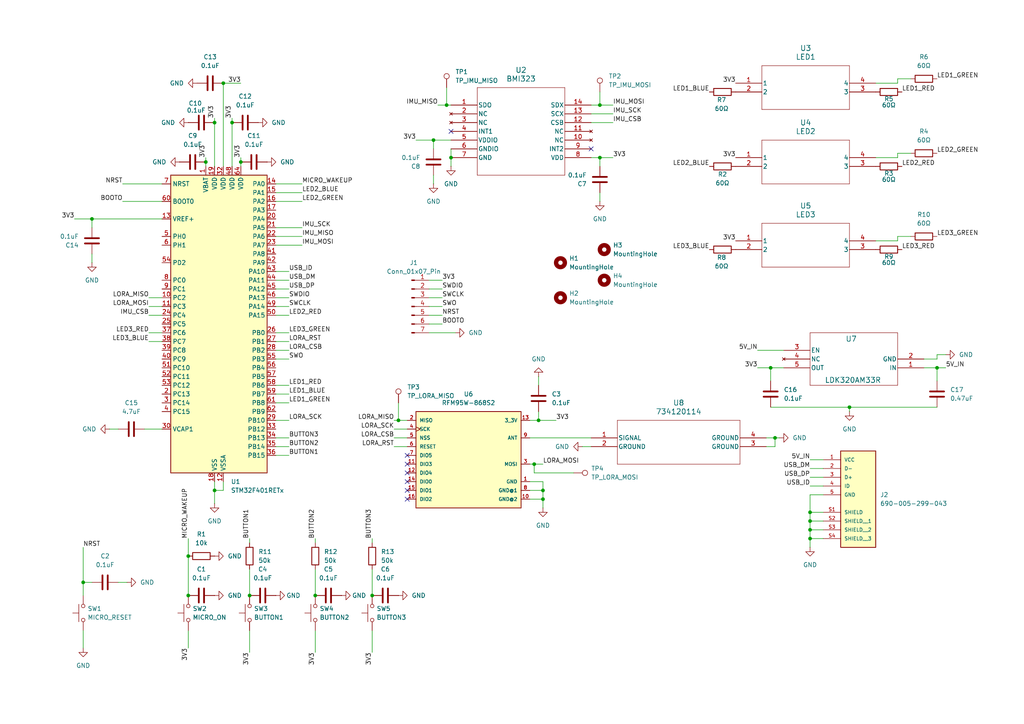
<source format=kicad_sch>
(kicad_sch (version 20231120) (generator "eeschema") (generator_version "8.0")
  (paper "A4")
  (lib_symbols
    (symbol "2024-06-20_09-10-44:BMI323" (pin_names (offset 0.254))
      (property "Reference" "U" (at 20.32 10.16 0))
      (property "Value" "BMI323" (at 20.32 7.62 0))
      (symbol "BMI323_0_1"
        (polyline (pts (xy 7.62 -20.32) (xy 33.02 -20.32)) (stroke (width 0.127)))
        (polyline (pts (xy 7.62 5.08) (xy 7.62 -20.32)) (stroke (width 0.127)))
        (polyline (pts (xy 33.02 -20.32) (xy 33.02 5.08)) (stroke (width 0.127)))
        (polyline (pts (xy 33.02 5.08) (xy 7.62 5.08)) (stroke (width 0.127)))
        (pin bidirectional line (at 0 0 0) (length 7.62) (name "SDO") (number "1"))
        (pin no_connect line (at 40.64 -10.16 180) (length 7.62) (name "NC") (number "10"))
        (pin no_connect line (at 40.64 -7.62 180) (length 7.62) (name "NC") (number "11"))
        (pin input line (at 40.64 -5.08 180) (length 7.62) (name "CSB") (number "12"))
        (pin input line (at 40.64 -2.54 180) (length 7.62) (name "SCX") (number "13"))
        (pin bidirectional line (at 40.64 0 180) (length 7.62) (name "SDX") (number "14"))
        (pin no_connect line (at 0 -2.54 0) (length 7.62) (name "NC") (number "2"))
        (pin no_connect line (at 0 -5.08 0) (length 7.62) (name "NC") (number "3"))
        (pin bidirectional line (at 0 -7.62 0) (length 7.62) (name "INT1") (number "4"))
        (pin power_in line (at 0 -10.16 0) (length 7.62) (name "VDDIO") (number "5"))
        (pin power_out line (at 0 -12.7 0) (length 7.62) (name "GNDIO") (number "6"))
        (pin power_out line (at 0 -15.24 0) (length 7.62) (name "GND") (number "7"))
        (pin power_in line (at 40.64 -15.24 180) (length 7.62) (name "VDD") (number "8"))
        (pin bidirectional line (at 40.64 -12.7 180) (length 7.62) (name "INT2") (number "9"))
      )
    )
    (symbol "2024-06-21_22-48-27:150141M173100" (pin_names (offset 0.254))
      (property "Reference" "U" (at 20.32 10.16 0))
      (property "Value" "150141M173100" (at 20.32 7.62 0))
      (symbol "150141M173100_0_1"
        (polyline (pts (xy 7.62 -7.62) (xy 33.02 -7.62)) (stroke (width 0.127)))
        (polyline (pts (xy 7.62 5.08) (xy 7.62 -7.62)) (stroke (width 0.127)))
        (polyline (pts (xy 33.02 -7.62) (xy 33.02 5.08)) (stroke (width 0.127)))
        (polyline (pts (xy 33.02 5.08) (xy 7.62 5.08)) (stroke (width 0.127)))
        (pin unspecified line (at 0 0 0) (length 7.62) (name "1") (number "1"))
        (pin unspecified line (at 0 -2.54 0) (length 7.62) (name "2") (number "2"))
        (pin unspecified line (at 40.64 -2.54 180) (length 7.62) (name "3") (number "3"))
        (pin unspecified line (at 40.64 0 180) (length 7.62) (name "4") (number "4"))
      )
    )
    (symbol "2024-06-23_08-34-14:LDK320AM33R" (pin_names (offset 0.254))
      (property "Reference" "U" (at 20.32 10.16 0))
      (property "Value" "LDK320AM33R" (at 20.32 7.62 0))
      (symbol "LDK320AM33R_0_1"
        (polyline (pts (xy 7.62 -10.16) (xy 33.02 -10.16)) (stroke (width 0.127)))
        (polyline (pts (xy 7.62 5.08) (xy 7.62 -10.16)) (stroke (width 0.127)))
        (polyline (pts (xy 33.02 -10.16) (xy 33.02 5.08)) (stroke (width 0.127)))
        (polyline (pts (xy 33.02 5.08) (xy 7.62 5.08)) (stroke (width 0.127)))
        (pin power_in line (at 0 0 0) (length 7.62) (name "IN") (number "1"))
        (pin power_out line (at 0 -2.54 0) (length 7.62) (name "GND") (number "2"))
        (pin input line (at 40.64 -5.08 180) (length 7.62) (name "EN") (number "3"))
        (pin no_connect line (at 40.64 -2.54 180) (length 7.62) (name "NC") (number "4"))
        (pin output line (at 40.64 0 180) (length 7.62) (name "OUT") (number "5"))
      )
    )
    (symbol "2024-06-27_09-08-45:734120114" (pin_names (offset 0.254))
      (property "Reference" "U" (at 25.4 10.16 0))
      (property "Value" "734120114" (at 25.4 7.62 0))
      (symbol "734120114_0_1"
        (polyline (pts (xy 7.62 -7.62) (xy 43.18 -7.62)) (stroke (width 0.127)))
        (polyline (pts (xy 7.62 5.08) (xy 7.62 -7.62)) (stroke (width 0.127)))
        (polyline (pts (xy 43.18 -7.62) (xy 43.18 5.08)) (stroke (width 0.127)))
        (polyline (pts (xy 43.18 5.08) (xy 7.62 5.08)) (stroke (width 0.127)))
        (pin bidirectional line (at 0 0 0) (length 7.62) (name "SIGNAL") (number "1"))
        (pin power_out line (at 0 -2.54 0) (length 7.62) (name "GROUND") (number "2"))
        (pin power_out line (at 50.8 -2.54 180) (length 7.62) (name "GROUND") (number "3"))
        (pin power_out line (at 50.8 0 180) (length 7.62) (name "GROUND") (number "4"))
      )
    )
    (symbol "690-005-299-043:690-005-299-043" (pin_names (offset 1.016))
      (property "Reference" "J" (at -5.08 11.43 0))
      (property "Value" "690-005-299-043" (at -5.08 -19.05 0))
      (symbol "690-005-299-043_0_0"
        (rectangle (start -5.08 -17.78) (end 5.08 10.16) (stroke (width 0.254)) (fill (type background)))
        (pin power_in line (at -10.16 7.62 0) (length 5.08) (name "VCC") (number "1"))
        (pin bidirectional line (at -10.16 5.08 0) (length 5.08) (name "D-") (number "2"))
        (pin bidirectional line (at -10.16 2.54 0) (length 5.08) (name "D+") (number "3"))
        (pin bidirectional line (at -10.16 0 0) (length 5.08) (name "ID") (number "4"))
        (pin power_in line (at -10.16 -2.54 0) (length 5.08) (name "GND") (number "5"))
        (pin passive line (at -10.16 -7.62 0) (length 5.08) (name "SHIELD") (number "S1"))
        (pin passive line (at -10.16 -10.16 0) (length 5.08) (name "SHIELD__1") (number "S2"))
        (pin passive line (at -10.16 -12.7 0) (length 5.08) (name "SHIELD__2") (number "S3"))
        (pin passive line (at -10.16 -15.24 0) (length 5.08) (name "SHIELD__3") (number "S4"))
      )
    )
    (symbol "Connector:Conn_01x07_Pin" (pin_names (offset 1.016) hide)
      (property "Reference" "J" (at 0 10.16 0))
      (property "Value" "Conn_01x07_Pin" (at 0 -10.16 0))
      (symbol "Conn_01x07_Pin_1_1"
        (polyline (pts (xy 1.27 -7.62) (xy 0.8636 -7.62)) (stroke (width 0.1524)))
        (polyline (pts (xy 1.27 -5.08) (xy 0.8636 -5.08)) (stroke (width 0.1524)))
        (polyline (pts (xy 1.27 -2.54) (xy 0.8636 -2.54)) (stroke (width 0.1524)))
        (polyline (pts (xy 1.27 0) (xy 0.8636 0)) (stroke (width 0.1524)))
        (polyline (pts (xy 1.27 2.54) (xy 0.8636 2.54)) (stroke (width 0.1524)))
        (polyline (pts (xy 1.27 5.08) (xy 0.8636 5.08)) (stroke (width 0.1524)))
        (polyline (pts (xy 1.27 7.62) (xy 0.8636 7.62)) (stroke (width 0.1524)))
        (rectangle (start 0.8636 -7.493) (end 0 -7.747) (stroke (width 0.1524)) (fill (type outline)))
        (rectangle (start 0.8636 -4.953) (end 0 -5.207) (stroke (width 0.1524)) (fill (type outline)))
        (rectangle (start 0.8636 -2.413) (end 0 -2.667) (stroke (width 0.1524)) (fill (type outline)))
        (rectangle (start 0.8636 0.127) (end 0 -0.127) (stroke (width 0.1524)) (fill (type outline)))
        (rectangle (start 0.8636 2.667) (end 0 2.413) (stroke (width 0.1524)) (fill (type outline)))
        (rectangle (start 0.8636 5.207) (end 0 4.953) (stroke (width 0.1524)) (fill (type outline)))
        (rectangle (start 0.8636 7.747) (end 0 7.493) (stroke (width 0.1524)) (fill (type outline)))
        (pin passive line (at 5.08 7.62 180) (length 3.81) (name "Pin_1") (number "1"))
        (pin passive line (at 5.08 5.08 180) (length 3.81) (name "Pin_2") (number "2"))
        (pin passive line (at 5.08 2.54 180) (length 3.81) (name "Pin_3") (number "3"))
        (pin passive line (at 5.08 0 180) (length 3.81) (name "Pin_4") (number "4"))
        (pin passive line (at 5.08 -2.54 180) (length 3.81) (name "Pin_5") (number "5"))
        (pin passive line (at 5.08 -5.08 180) (length 3.81) (name "Pin_6") (number "6"))
        (pin passive line (at 5.08 -7.62 180) (length 3.81) (name "Pin_7") (number "7"))
      )
    )
    (symbol "Connector:TestPoint" (pin_numbers hide) (pin_names (offset 0.762) hide)
      (property "Reference" "TP" (at 0 6.858 0))
      (property "Value" "TestPoint" (at 0 5.08 0))
      (symbol "TestPoint_0_1"
        (circle (center 0 3.302) (radius 0.762))
      )
      (symbol "TestPoint_1_1"
        (pin passive line (at 0 0 90) (length 2.54) (name "1") (number "1"))
      )
    )
    (symbol "Device:C" (pin_numbers hide) (pin_names (offset 0.254))
      (property "Reference" "C" (at 0.635 2.54 0))
      (property "Value" "C" (at 0.635 -2.54 0))
      (symbol "C_0_1"
        (polyline (pts (xy -2.032 -0.762) (xy 2.032 -0.762)) (stroke (width 0.508)))
        (polyline (pts (xy -2.032 0.762) (xy 2.032 0.762)) (stroke (width 0.508)))
      )
      (symbol "C_1_1"
        (pin passive line (at 0 3.81 270) (length 2.794) (name "~") (number "1"))
        (pin passive line (at 0 -3.81 90) (length 2.794) (name "~") (number "2"))
      )
    )
    (symbol "Device:R" (pin_numbers hide) (pin_names (offset 0))
      (property "Reference" "R" (at 2.032 0 90))
      (property "Value" "R" (at 0 0 90))
      (symbol "R_0_1"
        (rectangle (start -1.016 -2.54) (end 1.016 2.54) (stroke (width 0.254)))
      )
      (symbol "R_1_1"
        (pin passive line (at 0 3.81 270) (length 1.27) (name "~") (number "1"))
        (pin passive line (at 0 -3.81 90) (length 1.27) (name "~") (number "2"))
      )
    )
    (symbol "MCU_ST_STM32F4:STM32F401RETx"
      (property "Reference" "U" (at -12.7 44.45 0))
      (property "Value" "STM32F401RETx" (at 10.16 44.45 0))
      (symbol "STM32F401RETx_0_1"
        (rectangle (start -12.7 -43.18) (end 15.24 43.18) (stroke (width 0.254)) (fill (type background)))
      )
      (symbol "STM32F401RETx_1_1"
        (pin power_in line (at -2.54 45.72 270) (length 2.54) (name "VBAT") (number "1"))
        (pin bidirectional line (at -15.24 7.62 0) (length 2.54) (name "PC2") (number "10"))
        (pin bidirectional line (at -15.24 5.08 0) (length 2.54) (name "PC3") (number "11"))
        (pin power_in line (at 2.54 -45.72 90) (length 2.54) (name "VSSA") (number "12"))
        (pin input line (at -15.24 30.48 0) (length 2.54) (name "VREF+") (number "13"))
        (pin bidirectional line (at 17.78 40.64 180) (length 2.54) (name "PA0") (number "14"))
        (pin bidirectional line (at 17.78 38.1 180) (length 2.54) (name "PA1") (number "15"))
        (pin bidirectional line (at 17.78 35.56 180) (length 2.54) (name "PA2") (number "16"))
        (pin bidirectional line (at 17.78 33.02 180) (length 2.54) (name "PA3") (number "17"))
        (pin power_in line (at 0 -45.72 90) (length 2.54) (name "VSS") (number "18"))
        (pin power_in line (at 0 45.72 270) (length 2.54) (name "VDD") (number "19"))
        (pin bidirectional line (at -15.24 -20.32 0) (length 2.54) (name "PC13") (number "2"))
        (pin bidirectional line (at 17.78 30.48 180) (length 2.54) (name "PA4") (number "20"))
        (pin bidirectional line (at 17.78 27.94 180) (length 2.54) (name "PA5") (number "21"))
        (pin bidirectional line (at 17.78 25.4 180) (length 2.54) (name "PA6") (number "22"))
        (pin bidirectional line (at 17.78 22.86 180) (length 2.54) (name "PA7") (number "23"))
        (pin bidirectional line (at -15.24 2.54 0) (length 2.54) (name "PC4") (number "24"))
        (pin bidirectional line (at -15.24 0 0) (length 2.54) (name "PC5") (number "25"))
        (pin bidirectional line (at 17.78 -2.54 180) (length 2.54) (name "PB0") (number "26"))
        (pin bidirectional line (at 17.78 -5.08 180) (length 2.54) (name "PB1") (number "27"))
        (pin bidirectional line (at 17.78 -7.62 180) (length 2.54) (name "PB2") (number "28"))
        (pin bidirectional line (at 17.78 -27.94 180) (length 2.54) (name "PB10") (number "29"))
        (pin bidirectional line (at -15.24 -22.86 0) (length 2.54) (name "PC14") (number "3"))
        (pin power_out line (at -15.24 -30.48 0) (length 2.54) (name "VCAP1") (number "30"))
        (pin passive line (at 0 -45.72 90) (length 2.54) hide (name "VSS") (number "31"))
        (pin power_in line (at 2.54 45.72 270) (length 2.54) (name "VDD") (number "32"))
        (pin bidirectional line (at 17.78 -30.48 180) (length 2.54) (name "PB12") (number "33"))
        (pin bidirectional line (at 17.78 -33.02 180) (length 2.54) (name "PB13") (number "34"))
        (pin bidirectional line (at 17.78 -35.56 180) (length 2.54) (name "PB14") (number "35"))
        (pin bidirectional line (at 17.78 -38.1 180) (length 2.54) (name "PB15") (number "36"))
        (pin bidirectional line (at -15.24 -2.54 0) (length 2.54) (name "PC6") (number "37"))
        (pin bidirectional line (at -15.24 -5.08 0) (length 2.54) (name "PC7") (number "38"))
        (pin bidirectional line (at -15.24 -7.62 0) (length 2.54) (name "PC8") (number "39"))
        (pin bidirectional line (at -15.24 -25.4 0) (length 2.54) (name "PC15") (number "4"))
        (pin bidirectional line (at -15.24 -10.16 0) (length 2.54) (name "PC9") (number "40"))
        (pin bidirectional line (at 17.78 20.32 180) (length 2.54) (name "PA8") (number "41"))
        (pin bidirectional line (at 17.78 17.78 180) (length 2.54) (name "PA9") (number "42"))
        (pin bidirectional line (at 17.78 15.24 180) (length 2.54) (name "PA10") (number "43"))
        (pin bidirectional line (at 17.78 12.7 180) (length 2.54) (name "PA11") (number "44"))
        (pin bidirectional line (at 17.78 10.16 180) (length 2.54) (name "PA12") (number "45"))
        (pin bidirectional line (at 17.78 7.62 180) (length 2.54) (name "PA13") (number "46"))
        (pin passive line (at 0 -45.72 90) (length 2.54) hide (name "VSS") (number "47"))
        (pin power_in line (at 5.08 45.72 270) (length 2.54) (name "VDD") (number "48"))
        (pin bidirectional line (at 17.78 5.08 180) (length 2.54) (name "PA14") (number "49"))
        (pin bidirectional line (at -15.24 25.4 0) (length 2.54) (name "PH0") (number "5"))
        (pin bidirectional line (at 17.78 2.54 180) (length 2.54) (name "PA15") (number "50"))
        (pin bidirectional line (at -15.24 -12.7 0) (length 2.54) (name "PC10") (number "51"))
        (pin bidirectional line (at -15.24 -15.24 0) (length 2.54) (name "PC11") (number "52"))
        (pin bidirectional line (at -15.24 -17.78 0) (length 2.54) (name "PC12") (number "53"))
        (pin bidirectional line (at -15.24 17.78 0) (length 2.54) (name "PD2") (number "54"))
        (pin bidirectional line (at 17.78 -10.16 180) (length 2.54) (name "PB3") (number "55"))
        (pin bidirectional line (at 17.78 -12.7 180) (length 2.54) (name "PB4") (number "56"))
        (pin bidirectional line (at 17.78 -15.24 180) (length 2.54) (name "PB5") (number "57"))
        (pin bidirectional line (at 17.78 -17.78 180) (length 2.54) (name "PB6") (number "58"))
        (pin bidirectional line (at 17.78 -20.32 180) (length 2.54) (name "PB7") (number "59"))
        (pin bidirectional line (at -15.24 22.86 0) (length 2.54) (name "PH1") (number "6"))
        (pin input line (at -15.24 35.56 0) (length 2.54) (name "BOOT0") (number "60"))
        (pin bidirectional line (at 17.78 -22.86 180) (length 2.54) (name "PB8") (number "61"))
        (pin bidirectional line (at 17.78 -25.4 180) (length 2.54) (name "PB9") (number "62"))
        (pin passive line (at 0 -45.72 90) (length 2.54) hide (name "VSS") (number "63"))
        (pin power_in line (at 7.62 45.72 270) (length 2.54) (name "VDD") (number "64"))
        (pin input line (at -15.24 40.64 0) (length 2.54) (name "NRST") (number "7"))
        (pin bidirectional line (at -15.24 12.7 0) (length 2.54) (name "PC0") (number "8"))
        (pin bidirectional line (at -15.24 10.16 0) (length 2.54) (name "PC1") (number "9"))
      )
    )
    (symbol "Mechanical:MountingHole" (pin_names (offset 1.016)) (exclude_from_sim yes) (in_bom no)
      (property "Reference" "H" (at 0 5.08 0))
      (property "Value" "MountingHole" (at 0 3.175 0))
      (symbol "MountingHole_0_1"
        (circle (center 0 0) (radius 1.27) (stroke (width 1.27)))
      )
    )
    (symbol "RFM95W-868S2:RFM95W-868S2" (pin_names (offset 1.016))
      (property "Reference" "U" (at -15.2563 13.9849 0))
      (property "Value" "RFM95W-868S2" (at -15.265 -17.8092 0))
      (symbol "RFM95W-868S2_0_0"
        (rectangle (start -15.24 -15.24) (end 15.24 12.7) (stroke (width 0.254)) (fill (type background)))
        (pin power_in line (at 17.78 -7.62 180) (length 2.54) (name "GND") (number "1"))
        (pin power_in line (at 17.78 -12.7 180) (length 2.54) (name "GND@2") (number "10"))
        (pin bidirectional line (at -17.78 -2.54 0) (length 2.54) (name "DIO3") (number "11"))
        (pin bidirectional line (at -17.78 -5.08 0) (length 2.54) (name "DIO4") (number "12"))
        (pin power_in line (at 17.78 10.16 180) (length 2.54) (name "3_3V") (number "13"))
        (pin bidirectional line (at -17.78 -7.62 0) (length 2.54) (name "DIO0") (number "14"))
        (pin bidirectional line (at -17.78 -10.16 0) (length 2.54) (name "DIO1") (number "15"))
        (pin bidirectional line (at -17.78 -12.7 0) (length 2.54) (name "DIO2") (number "16"))
        (pin input line (at -17.78 10.16 0) (length 2.54) (name "MISO") (number "2"))
        (pin output line (at 17.78 -2.54 180) (length 2.54) (name "MOSI") (number "3"))
        (pin input clock (at -17.78 7.62 0) (length 2.54) (name "SCK") (number "4"))
        (pin input line (at -17.78 5.08 0) (length 2.54) (name "NSS") (number "5"))
        (pin bidirectional line (at -17.78 2.54 0) (length 2.54) (name "RESET") (number "6"))
        (pin bidirectional line (at -17.78 0 0) (length 2.54) (name "DIO5") (number "7"))
        (pin power_in line (at 17.78 -10.16 180) (length 2.54) (name "GND@1") (number "8"))
        (pin passive line (at 17.78 5.08 180) (length 2.54) (name "ANT") (number "9"))
      )
    )
    (symbol "Switch:SW_Push" (pin_numbers hide) (pin_names (offset 1.016) hide)
      (property "Reference" "SW" (at 1.27 2.54 0))
      (property "Value" "SW_Push" (at 0 -1.524 0))
      (symbol "SW_Push_0_1"
        (circle (center -2.032 0) (radius 0.508))
        (polyline (pts (xy 0 1.27) (xy 0 3.048)))
        (polyline (pts (xy 2.54 1.27) (xy -2.54 1.27)))
        (circle (center 2.032 0) (radius 0.508))
        (pin passive line (at -5.08 0 0) (length 2.54) (name "1") (number "1"))
        (pin passive line (at 5.08 0 180) (length 2.54) (name "2") (number "2"))
      )
    )
    (symbol "power:GND" (power) (pin_numbers hide) (pin_names (offset 0) hide)
      (property "Value" "GND" (at 0 -3.81 0))
      (symbol "GND_0_1"
        (polyline (pts (xy 0 0) (xy 0 -1.27) (xy 1.27 -1.27) (xy 0 -2.54) (xy -1.27 -1.27) (xy 0 -1.27)))
      )
      (symbol "GND_1_1"
        (pin power_in line (at 0 0 270) (length 0) (name "~") (number "1"))
      )
    )
  )
  (junction (at 157.48 144.78))
  (junction (at 223.52 106.68))
  (junction (at 234.95 153.67))
  (junction (at 24.13 168.91))
  (junction (at 234.95 156.21))
  (junction (at 129.54 30.48))
  (junction (at 234.95 151.13))
  (junction (at 62.23 142.24))
  (junction (at 91.44 172.72))
  (junction (at 130.81 45.72))
  (junction (at 224.79 127))
  (junction (at 62.23 35.56))
  (junction (at 125.73 40.64))
  (junction (at 234.95 148.59))
  (junction (at 54.61 161.29))
  (junction (at 59.69 46.99))
  (junction (at 157.48 142.24))
  (junction (at 154.94 134.62))
  (junction (at 156.21 121.92))
  (junction (at 271.78 106.68))
  (junction (at 115.57 121.92))
  (junction (at 64.77 24.13))
  (junction (at 72.39 172.72))
  (junction (at 173.99 30.48))
  (junction (at 26.67 63.5))
  (junction (at 107.95 172.72))
  (junction (at 246.38 118.11))
  (junction (at 69.85 46.99))
  (junction (at 67.31 35.56))
  (junction (at 54.61 172.72))
  (junction (at 173.99 45.72))
  (no_connect (at 130.81 38.1))
  (no_connect (at 171.45 43.18))
  (no_connect (at 118.11 134.62))
  (no_connect (at 118.11 132.08))
  (no_connect (at 118.11 142.24))
  (no_connect (at 118.11 139.7))
  (no_connect (at 118.11 137.16))
  (no_connect (at 118.11 144.78))
  (wire (pts (xy 234.95 156.21) (xy 238.76 156.21)))
  (wire (pts (xy 168.91 129.54) (xy 171.45 129.54)))
  (wire (pts (xy 260.35 44.45) (xy 264.16 44.45)))
  (wire (pts (xy 80.01 99.06) (xy 83.82 99.06)))
  (wire (pts (xy 129.54 30.48) (xy 130.81 30.48)))
  (wire (pts (xy 26.67 63.5) (xy 46.99 63.5)))
  (wire (pts (xy 43.18 91.44) (xy 46.99 91.44)))
  (wire (pts (xy 114.3 121.92) (xy 115.57 121.92)))
  (wire (pts (xy 114.3 129.54) (xy 118.11 129.54)))
  (wire (pts (xy 153.67 127) (xy 171.45 127)))
  (wire (pts (xy 234.95 148.59) (xy 238.76 148.59)))
  (wire (pts (xy 238.76 140.97) (xy 234.95 140.97)))
  (wire (pts (xy 260.35 22.86) (xy 264.16 22.86)))
  (wire (pts (xy 43.18 96.52) (xy 46.99 96.52)))
  (wire (pts (xy 222.25 127) (xy 224.79 127)))
  (wire (pts (xy 80.01 86.36) (xy 83.82 86.36)))
  (wire (pts (xy 62.23 142.24) (xy 62.23 146.05)))
  (wire (pts (xy 80.01 91.44) (xy 83.82 91.44)))
  (wire (pts (xy 80.01 78.74) (xy 83.82 78.74)))
  (wire (pts (xy 166.37 137.16) (xy 154.94 137.16)))
  (wire (pts (xy 153.67 134.62) (xy 154.94 134.62)))
  (wire (pts (xy 153.67 139.7) (xy 157.48 139.7)))
  (wire (pts (xy 125.73 53.34) (xy 125.73 50.8)))
  (wire (pts (xy 124.46 96.52) (xy 132.08 96.52)))
  (wire (pts (xy 171.45 35.56) (xy 177.8 35.56)))
  (wire (pts (xy 80.01 88.9) (xy 83.82 88.9)))
  (wire (pts (xy 80.01 58.42) (xy 87.63 58.42)))
  (wire (pts (xy 156.21 119.38) (xy 156.21 121.92)))
  (wire (pts (xy 156.21 121.92) (xy 161.29 121.92)))
  (wire (pts (xy 120.65 40.64) (xy 125.73 40.64)))
  (wire (pts (xy 69.85 45.72) (xy 69.85 46.99)))
  (wire (pts (xy 224.79 127) (xy 226.06 127)))
  (wire (pts (xy 80.01 121.92) (xy 83.82 121.92)))
  (wire (pts (xy 80.01 101.6) (xy 83.82 101.6)))
  (wire (pts (xy 171.45 45.72) (xy 173.99 45.72)))
  (wire (pts (xy 219.71 106.68) (xy 223.52 106.68)))
  (wire (pts (xy 26.67 168.91) (xy 24.13 168.91)))
  (wire (pts (xy 260.35 24.13) (xy 260.35 22.86)))
  (wire (pts (xy 67.31 34.29) (xy 67.31 35.56)))
  (wire (pts (xy 224.79 129.54) (xy 224.79 127)))
  (wire (pts (xy 124.46 91.44) (xy 128.27 91.44)))
  (wire (pts (xy 64.77 24.13) (xy 64.77 48.26)))
  (wire (pts (xy 59.69 46.99) (xy 59.69 48.26)))
  (wire (pts (xy 254 69.85) (xy 260.35 69.85)))
  (wire (pts (xy 64.77 142.24) (xy 62.23 142.24)))
  (wire (pts (xy 125.73 40.64) (xy 130.81 40.64)))
  (wire (pts (xy 80.01 83.82) (xy 83.82 83.82)))
  (wire (pts (xy 238.76 143.51) (xy 234.95 143.51)))
  (wire (pts (xy 80.01 127) (xy 83.82 127)))
  (wire (pts (xy 173.99 30.48) (xy 177.8 30.48)))
  (wire (pts (xy 130.81 43.18) (xy 130.81 45.72)))
  (wire (pts (xy 54.61 182.88) (xy 54.61 187.96)))
  (wire (pts (xy 114.3 124.46) (xy 118.11 124.46)))
  (wire (pts (xy 80.01 114.3) (xy 83.82 114.3)))
  (wire (pts (xy 157.48 144.78) (xy 157.48 147.32)))
  (wire (pts (xy 238.76 138.43) (xy 234.95 138.43)))
  (wire (pts (xy 246.38 118.11) (xy 246.38 119.38)))
  (wire (pts (xy 124.46 88.9) (xy 128.27 88.9)))
  (wire (pts (xy 157.48 142.24) (xy 157.48 144.78)))
  (wire (pts (xy 129.54 25.4) (xy 129.54 30.48)))
  (wire (pts (xy 91.44 165.1) (xy 91.44 172.72)))
  (wire (pts (xy 43.18 86.36) (xy 46.99 86.36)))
  (wire (pts (xy 80.01 129.54) (xy 83.82 129.54)))
  (wire (pts (xy 114.3 127) (xy 118.11 127)))
  (wire (pts (xy 124.46 81.28) (xy 128.27 81.28)))
  (wire (pts (xy 267.97 104.14) (xy 271.78 104.14)))
  (wire (pts (xy 173.99 58.42) (xy 173.99 55.88)))
  (wire (pts (xy 62.23 35.56) (xy 62.23 48.26)))
  (wire (pts (xy 271.78 106.68) (xy 274.32 106.68)))
  (wire (pts (xy 238.76 151.13) (xy 234.95 151.13)))
  (wire (pts (xy 62.23 34.29) (xy 62.23 35.56)))
  (wire (pts (xy 59.69 45.72) (xy 59.69 46.99)))
  (wire (pts (xy 271.78 106.68) (xy 271.78 110.49)))
  (wire (pts (xy 41.91 124.46) (xy 46.99 124.46)))
  (wire (pts (xy 80.01 55.88) (xy 87.63 55.88)))
  (wire (pts (xy 54.61 156.21) (xy 54.61 161.29)))
  (wire (pts (xy 35.56 53.34) (xy 46.99 53.34)))
  (wire (pts (xy 157.48 139.7) (xy 157.48 142.24)))
  (wire (pts (xy 72.39 182.88) (xy 72.39 189.23)))
  (wire (pts (xy 154.94 134.62) (xy 157.48 134.62)))
  (wire (pts (xy 171.45 33.02) (xy 177.8 33.02)))
  (wire (pts (xy 234.95 153.67) (xy 238.76 153.67)))
  (wire (pts (xy 80.01 96.52) (xy 83.82 96.52)))
  (wire (pts (xy 234.95 148.59) (xy 234.95 151.13)))
  (wire (pts (xy 153.67 142.24) (xy 157.48 142.24)))
  (wire (pts (xy 54.61 161.29) (xy 54.61 172.72)))
  (wire (pts (xy 69.85 24.13) (xy 64.77 24.13)))
  (wire (pts (xy 91.44 182.88) (xy 91.44 189.23)))
  (wire (pts (xy 80.01 104.14) (xy 83.82 104.14)))
  (wire (pts (xy 173.99 26.67) (xy 173.99 30.48)))
  (wire (pts (xy 24.13 158.75) (xy 24.13 168.91)))
  (wire (pts (xy 31.75 124.46) (xy 34.29 124.46)))
  (wire (pts (xy 107.95 165.1) (xy 107.95 172.72)))
  (wire (pts (xy 124.46 83.82) (xy 128.27 83.82)))
  (wire (pts (xy 271.78 102.87) (xy 274.32 102.87)))
  (wire (pts (xy 234.95 133.35) (xy 238.76 133.35)))
  (wire (pts (xy 156.21 109.22) (xy 156.21 111.76)))
  (wire (pts (xy 271.78 104.14) (xy 271.78 102.87)))
  (wire (pts (xy 223.52 106.68) (xy 227.33 106.68)))
  (wire (pts (xy 238.76 135.89) (xy 234.95 135.89)))
  (wire (pts (xy 246.38 118.11) (xy 271.78 118.11)))
  (wire (pts (xy 234.95 151.13) (xy 234.95 153.67)))
  (wire (pts (xy 80.01 66.04) (xy 87.63 66.04)))
  (wire (pts (xy 260.35 45.72) (xy 260.35 44.45)))
  (wire (pts (xy 72.39 156.21) (xy 72.39 157.48)))
  (wire (pts (xy 80.01 132.08) (xy 83.82 132.08)))
  (wire (pts (xy 115.57 116.84) (xy 115.57 121.92)))
  (wire (pts (xy 80.01 116.84) (xy 83.82 116.84)))
  (wire (pts (xy 173.99 45.72) (xy 173.99 48.26)))
  (wire (pts (xy 80.01 71.12) (xy 87.63 71.12)))
  (wire (pts (xy 80.01 81.28) (xy 83.82 81.28)))
  (wire (pts (xy 222.25 129.54) (xy 224.79 129.54)))
  (wire (pts (xy 254 24.13) (xy 260.35 24.13)))
  (wire (pts (xy 69.85 46.99) (xy 69.85 48.26)))
  (wire (pts (xy 260.35 69.85) (xy 260.35 68.58)))
  (wire (pts (xy 234.95 156.21) (xy 234.95 158.75)))
  (wire (pts (xy 43.18 99.06) (xy 46.99 99.06)))
  (wire (pts (xy 223.52 118.11) (xy 246.38 118.11)))
  (wire (pts (xy 24.13 168.91) (xy 24.13 172.72)))
  (wire (pts (xy 72.39 165.1) (xy 72.39 172.72)))
  (wire (pts (xy 67.31 35.56) (xy 67.31 48.26)))
  (wire (pts (xy 26.67 63.5) (xy 26.67 66.04)))
  (wire (pts (xy 153.67 144.78) (xy 157.48 144.78)))
  (wire (pts (xy 260.35 68.58) (xy 264.16 68.58)))
  (wire (pts (xy 234.95 143.51) (xy 234.95 148.59)))
  (wire (pts (xy 234.95 153.67) (xy 234.95 156.21)))
  (wire (pts (xy 124.46 86.36) (xy 128.27 86.36)))
  (wire (pts (xy 115.57 121.92) (xy 118.11 121.92)))
  (wire (pts (xy 125.73 40.64) (xy 125.73 43.18)))
  (wire (pts (xy 80.01 53.34) (xy 87.63 53.34)))
  (wire (pts (xy 223.52 106.68) (xy 223.52 110.49)))
  (wire (pts (xy 34.29 168.91) (xy 36.83 168.91)))
  (wire (pts (xy 127 30.48) (xy 129.54 30.48)))
  (wire (pts (xy 254 45.72) (xy 260.35 45.72)))
  (wire (pts (xy 64.77 139.7) (xy 64.77 142.24)))
  (wire (pts (xy 154.94 137.16) (xy 154.94 134.62)))
  (wire (pts (xy 267.97 106.68) (xy 271.78 106.68)))
  (wire (pts (xy 26.67 76.2) (xy 26.67 73.66)))
  (wire (pts (xy 91.44 156.21) (xy 91.44 157.48)))
  (wire (pts (xy 171.45 30.48) (xy 173.99 30.48)))
  (wire (pts (xy 80.01 111.76) (xy 83.82 111.76)))
  (wire (pts (xy 24.13 182.88) (xy 24.13 187.96)))
  (wire (pts (xy 130.81 45.72) (xy 130.81 48.26)))
  (wire (pts (xy 62.23 139.7) (xy 62.23 142.24)))
  (wire (pts (xy 21.59 63.5) (xy 26.67 63.5)))
  (wire (pts (xy 107.95 182.88) (xy 107.95 189.23)))
  (wire (pts (xy 35.56 58.42) (xy 46.99 58.42)))
  (wire (pts (xy 219.71 101.6) (xy 227.33 101.6)))
  (wire (pts (xy 153.67 121.92) (xy 156.21 121.92)))
  (wire (pts (xy 43.18 88.9) (xy 46.99 88.9)))
  (wire (pts (xy 124.46 93.98) (xy 128.27 93.98)))
  (wire (pts (xy 173.99 45.72) (xy 177.8 45.72)))
  (wire (pts (xy 80.01 68.58) (xy 87.63 68.58)))
  (wire (pts (xy 107.95 156.21) (xy 107.95 157.48)))
  (label "BUTTON1" (at 83.82 132.08 0))
  (label "LED2_RED" (at 261.62 48.26 0))
  (label "3V3" (at 91.44 189.23 270))
  (label "USB_DM" (at 83.82 81.28 0))
  (label "BUTTON2" (at 83.82 129.54 0))
  (label "SWO" (at 83.82 104.14 0))
  (label "SWCLK" (at 83.82 88.9 0))
  (label "LED2_GREEN" (at 87.63 58.42 0))
  (label "LED1_GREEN" (at 271.78 22.86 0))
  (label "LED1_BLUE" (at 83.82 114.3 0))
  (label "BUTTON2" (at 91.44 156.21 90))
  (label "BOOTO" (at 35.56 58.42 180))
  (label "IMU_MISO" (at 127 30.48 180))
  (label "3V3" (at 59.69 45.72 90))
  (label "5V_IN" (at 234.95 133.35 180))
  (label "LORA_CSB" (at 83.82 101.6 0))
  (label "LED3_BLUE" (at 43.18 99.06 180))
  (label "3V3" (at 161.29 121.92 0))
  (label "USB_DM" (at 234.95 135.89 180))
  (label "BUTTON3" (at 107.95 156.21 90))
  (label "SWDIO" (at 83.82 86.36 0))
  (label "LED2_BLUE" (at 87.63 55.88 0))
  (label "LORA_RST" (at 83.82 99.06 0))
  (label "LED1_GREEN" (at 83.82 116.84 0))
  (label "USB_DP" (at 234.95 138.43 180))
  (label "IMU_MOSI" (at 177.8 30.48 0))
  (label "3V3" (at 69.85 24.13 180))
  (label "3V3" (at 72.39 189.23 270))
  (label "BOOTO" (at 128.27 93.98 0))
  (label "3V3" (at 62.23 34.29 90))
  (label "LED2_BLUE" (at 205.74 48.26 180))
  (label "NRST" (at 128.27 91.44 0))
  (label "LORA_MOSI" (at 157.48 134.62 0))
  (label "LORA_RST" (at 114.3 129.54 180))
  (label "3V3" (at 213.36 45.72 180))
  (label "SWDIO" (at 128.27 83.82 0))
  (label "LORA_MOSI" (at 43.18 88.9 180))
  (label "3V3" (at 128.27 81.28 0))
  (label "NRST" (at 24.13 158.75 0))
  (label "LED1_RED" (at 83.82 111.76 0))
  (label "LED1_RED" (at 261.62 26.67 0))
  (label "LED1_BLUE" (at 205.74 26.67 180))
  (label "LORA_SCK" (at 83.82 121.92 0))
  (label "IMU_SCK" (at 87.63 66.04 0))
  (label "3V3" (at 120.65 40.64 180))
  (label "NRST" (at 35.56 53.34 180))
  (label "LORA_MISO" (at 114.3 121.92 180))
  (label "3V3" (at 213.36 69.85 180))
  (label "USB_ID" (at 83.82 78.74 0))
  (label "BUTTON3" (at 83.82 127 0))
  (label "LORA_CSB" (at 114.3 127 180))
  (label "LORA_MISO" (at 43.18 86.36 180))
  (label "SWO" (at 128.27 88.9 0))
  (label "IMU_CSB" (at 177.8 35.56 0))
  (label "IMU_CSB" (at 43.18 91.44 180))
  (label "IMU_MISO" (at 87.63 68.58 0))
  (label "SWCLK" (at 128.27 86.36 0))
  (label "5V_IN" (at 274.32 106.68 0))
  (label "LORA_SCK" (at 114.3 124.46 180))
  (label "USB_DP" (at 83.82 83.82 0))
  (label "3V3" (at 67.31 34.29 90))
  (label "LED2_RED" (at 83.82 91.44 0))
  (label "MICRO_WAKEUP" (at 87.63 53.34 0))
  (label "3V3" (at 69.85 45.72 90))
  (label "3V3" (at 177.8 45.72 0))
  (label "3V3" (at 107.95 189.23 270))
  (label "3V3" (at 219.71 106.68 180))
  (label "5V_IN" (at 219.71 101.6 180))
  (label "MICRO_WAKEUP" (at 54.61 156.21 90))
  (label "LED3_RED" (at 43.18 96.52 180))
  (label "LED3_GREEN" (at 271.78 68.58 0))
  (label "BUTTON1" (at 72.39 156.21 90))
  (label "3V3" (at 21.59 63.5 180))
  (label "3V3" (at 54.61 187.96 270))
  (label "LED3_BLUE" (at 205.74 72.39 180))
  (label "USB_ID" (at 234.95 140.97 180))
  (label "LED2_GREEN" (at 271.78 44.45 0))
  (label "LED3_GREEN" (at 83.82 96.52 0))
  (label "3V3" (at 213.36 24.13 180))
  (label "IMU_MOSI" (at 87.63 71.12 0))
  (label "LED3_RED" (at 261.62 72.39 0))
  (label "IMU_SCK" (at 177.8 33.02 0))
  (symbol (lib_id "Device:C") (at 76.2 172.72 270) (unit 1)
    (property "Reference" "C4" (at 76.2 165.1 90))
    (property "Value" "0.1uF" (at 76.2 167.64 90))
    (property "Footprint" "Capacitor_SMD:C_0805_2012Metric_Pad1.18x1.45mm_HandSolder" (effects (hide yes)))
    (property "Description" "Unpolarized capacitor" (effects (hide yes)))
  )
  (symbol (lib_id "power:GND") (at 80.01 172.72 90) (unit 1)
    (property "Reference" "#PWR06" (effects (hide yes)))
    (property "Value" "GND" (at 83.058 172.72 90) (effects (justify right)))
    (property "Description" "Power symbol creates a global label with name \"GND\" , ground" (effects (hide yes)))
  )
  (symbol (lib_id "power:GND") (at 99.06 172.72 90) (unit 1)
    (property "Reference" "#PWR07" (effects (hide yes)))
    (property "Value" "GND" (at 102.108 172.72 90) (effects (justify right)))
    (property "Description" "Power symbol creates a global label with name \"GND\" , ground" (effects (hide yes)))
  )
  (symbol (lib_id "Switch:SW_Push") (at 72.39 177.8 90) (unit 1)
    (property "Reference" "SW3" (at 73.66 176.5299 90) (effects (justify right)))
    (property "Value" "BUTTON1" (at 73.66 179.0699 90) (effects (justify right)))
    (property "Footprint" "Button_Switch_SMD:SW_SPST_PTS647_Sx38" (effects (hide yes)))
    (property "Description" "Push button switch, generic, two pins" (effects (hide yes)))
  )
  (symbol (lib_id "Device:C") (at 73.66 46.99 270) (unit 1)
    (property "Reference" "C11" (at 73.66 39.37 90))
    (property "Value" "0.1uF" (at 73.66 41.91 90))
    (property "Footprint" "Capacitor_SMD:C_0805_2012Metric_Pad1.18x1.45mm_HandSolder" (effects (hide yes)))
    (property "Description" "Unpolarized capacitor" (effects (hide yes)))
  )
  (symbol (lib_id "power:GND") (at 77.47 46.99 90) (unit 1)
    (property "Reference" "#PWR019" (effects (hide yes)))
    (property "Value" "GND" (at 81.28 46.9899 90) (effects (justify right)))
    (property "Description" "Power symbol creates a global label with name \"GND\" , ground" (effects (hide yes)))
  )
  (symbol (lib_id "Mechanical:MountingHole") (at 162.56 86.36 0) (unit 1) (exclude_from_sim yes) (in_bom no)
    (property "Reference" "H2" (at 165.1 85.0899 0) (effects (justify left)))
    (property "Value" "MountingHole" (at 165.1 87.6299 0) (effects (justify left)))
    (property "Footprint" "MountingHole:MountingHole_3.2mm_M3" (effects (hide yes)))
    (property "Description" "Mounting Hole without connection" (effects (hide yes)))
  )
  (symbol (lib_id "Connector:TestPoint") (at 115.57 116.84 0) (unit 1)
    (property "Reference" "TP3" (at 118.11 112.2679 0) (effects (justify left)))
    (property "Value" "TP_LORA_MISO" (at 118.11 114.8079 0) (effects (justify left)))
    (property "Footprint" "TestPoint:TestPoint_Pad_D2.0mm" (effects (hide yes)))
    (property "Description" "test point" (effects (hide yes)))
  )
  (symbol (lib_id "2024-06-27_09-08-45:734120114") (at 171.45 127 0) (unit 1)
    (property "Reference" "U8" (at 196.85 116.84 0) (effects (font (size 1.524 1.524))))
    (property "Value" "734120114" (at 196.85 119.38 0) (effects (font (size 1.524 1.524))))
    (property "Footprint" "footprints:73412-0114_MOL" (effects (hide yes)))
    (property "Datasheet" "734120114" (effects (hide yes)))
  )
  (symbol (lib_id "Device:C") (at 30.48 168.91 270) (unit 1)
    (property "Reference" "C2" (at 30.48 161.29 90))
    (property "Value" "0.1uF" (at 30.48 163.83 90))
    (property "Footprint" "Capacitor_SMD:C_0805_2012Metric_Pad1.18x1.45mm_HandSolder" (effects (hide yes)))
    (property "Description" "Unpolarized capacitor" (effects (hide yes)))
  )
  (symbol (lib_id "Connector:Conn_01x07_Pin") (at 119.38 88.9 0) (unit 1)
    (property "Reference" "J1" (at 120.015 76.2 0))
    (property "Value" "Conn_01x07_Pin" (at 120.015 78.74 0))
    (property "Footprint" "Connector_PinHeader_1.27mm:PinHeader_1x07_P1.27mm_Vertical" (effects (hide yes)))
    (property "Description" "Generic connector, single row, 01x07, script generated" (effects (hide yes)))
  )
  (symbol (lib_id "power:GND") (at 157.48 147.32 0) (unit 1)
    (property "Reference" "#PWR02" (effects (hide yes)))
    (property "Value" "GND" (at 157.48 152.4 0))
    (property "Description" "Power symbol creates a global label with name \"GND\" , ground" (effects (hide yes)))
  )
  (symbol (lib_id "power:GND") (at 274.32 102.87 90) (unit 1)
    (property "Reference" "#PWR024" (effects (hide yes)))
    (property "Value" "GND" (at 278.13 102.8699 90) (effects (justify right)))
    (property "Description" "Power symbol creates a global label with name \"GND\" , ground" (effects (hide yes)))
  )
  (symbol (lib_id "Mechanical:MountingHole") (at 175.26 81.28 0) (unit 1) (exclude_from_sim yes) (in_bom no)
    (property "Reference" "H4" (at 177.8 80.0099 0) (effects (justify left)))
    (property "Value" "MountingHole" (at 177.8 82.5499 0) (effects (justify left)))
    (property "Footprint" "MountingHole:MountingHole_3.2mm_M3" (effects (hide yes)))
    (property "Description" "Mounting Hole without connection" (effects (hide yes)))
  )
  (symbol (lib_id "2024-06-21_22-48-27:150141M173100") (at 213.36 45.72 0) (unit 1)
    (property "Reference" "U4" (at 233.68 35.56 0) (effects (font (size 1.524 1.524))))
    (property "Value" "LED2" (at 233.68 38.1 0) (effects (font (size 1.524 1.524))))
    (property "Footprint" "footprints:150141M173100_WRE-M" (effects (hide yes)))
    (property "Datasheet" "150141M173100" (effects (hide yes)))
  )
  (symbol (lib_id "Device:R") (at 72.39 161.29 180) (unit 1)
    (property "Reference" "R11" (at 74.93 160.0199 0) (effects (justify right)))
    (property "Value" "50k" (at 74.93 162.5599 0) (effects (justify right)))
    (property "Footprint" "Resistor_SMD:R_0805_2012Metric_Pad1.20x1.40mm_HandSolder" (effects (hide yes)))
    (property "Description" "Resistor" (effects (hide yes)))
  )
  (symbol (lib_id "Device:C") (at 271.78 114.3 0) (unit 1)
    (property "Reference" "C17" (at 275.59 113.0299 0) (effects (justify left)))
    (property "Value" "0.47uF" (at 275.59 115.5699 0) (effects (justify left)))
    (property "Footprint" "Capacitor_SMD:C_0805_2012Metric_Pad1.18x1.45mm_HandSolder" (effects (hide yes)))
    (property "Description" "Unpolarized capacitor" (effects (hide yes)))
  )
  (symbol (lib_id "MCU_ST_STM32F4:STM32F401RETx") (at 62.23 93.98 0) (unit 1)
    (property "Reference" "U1" (at 66.9641 139.7 0) (effects (justify left)))
    (property "Value" "STM32F401RETx" (at 66.9641 142.24 0) (effects (justify left)))
    (property "Footprint" "Package_QFP:LQFP-64_10x10mm_P0.5mm" (effects (hide yes)))
    (property "Datasheet" "https://www.st.com/resource/en/datasheet/stm32f401re.pdf" (effects (hide yes)))
    (property "Description" "STMicroelectronics Arm Cortex-M4 MCU, 512KB flash, 96KB RAM, 84 MHz, 1.7-3.6V, 50 GPIO, LQFP64" (effects (hide yes)))
  )
  (symbol (lib_id "Switch:SW_Push") (at 54.61 177.8 90) (unit 1)
    (property "Reference" "SW2" (at 55.88 176.5299 90) (effects (justify right)))
    (property "Value" "MICRO_ON" (at 55.88 179.0699 90) (effects (justify right)))
    (property "Footprint" "Button_Switch_SMD:SW_SPST_PTS647_Sx38" (effects (hide yes)))
    (property "Description" "Push button switch, generic, two pins" (effects (hide yes)))
  )
  (symbol (lib_id "Device:C") (at 71.12 35.56 270) (unit 1)
    (property "Reference" "C12" (at 71.12 27.94 90))
    (property "Value" "0.1uF" (at 71.12 30.48 90))
    (property "Footprint" "Capacitor_SMD:C_0805_2012Metric_Pad1.18x1.45mm_HandSolder" (effects (hide yes)))
    (property "Description" "Unpolarized capacitor" (effects (hide yes)))
  )
  (symbol (lib_id "power:GND") (at 115.57 172.72 90) (unit 1)
    (property "Reference" "#PWR08" (effects (hide yes)))
    (property "Value" "GND" (at 119.38 172.7199 90) (effects (justify right)))
    (property "Description" "Power symbol creates a global label with name \"GND\" , ground" (effects (hide yes)))
  )
  (symbol (lib_id "Device:R") (at 257.81 48.26 90) (unit 1)
    (property "Reference" "R3" (at 257.81 50.292 90))
    (property "Value" "60Ω" (at 257.81 52.07 90))
    (property "Footprint" "Resistor_SMD:R_0805_2012Metric_Pad1.20x1.40mm_HandSolder" (effects (hide yes)))
    (property "Description" "Resistor" (effects (hide yes)))
  )
  (symbol (lib_id "Connector:TestPoint") (at 129.54 25.4 0) (unit 1)
    (property "Reference" "TP1" (at 132.08 20.8279 0) (effects (justify left)))
    (property "Value" "TP_IMU_MISO" (at 132.08 23.3679 0) (effects (justify left)))
    (property "Footprint" "TestPoint:TestPoint_Pad_D2.0mm" (effects (hide yes)))
    (property "Description" "test point" (effects (hide yes)))
  )
  (symbol (lib_id "power:GND") (at 62.23 146.05 0) (unit 1)
    (property "Reference" "#PWR014" (effects (hide yes)))
    (property "Value" "GND" (at 62.23 151.13 0))
    (property "Description" "Power symbol creates a global label with name \"GND\" , ground" (effects (hide yes)))
  )
  (symbol (lib_id "Device:C") (at 60.96 24.13 90) (unit 1)
    (property "Reference" "C13" (at 60.96 16.51 90))
    (property "Value" "0.1uF" (at 60.96 19.05 90))
    (property "Footprint" "Capacitor_SMD:C_0805_2012Metric_Pad1.18x1.45mm_HandSolder" (effects (hide yes)))
    (property "Description" "Unpolarized capacitor" (effects (hide yes)))
  )
  (symbol (lib_id "Device:R") (at 209.55 26.67 90) (unit 1)
    (property "Reference" "R7" (at 209.296 28.956 90))
    (property "Value" "60Ω" (at 209.296 31.496 90))
    (property "Footprint" "Resistor_SMD:R_0805_2012Metric_Pad1.20x1.40mm_HandSolder" (effects (hide yes)))
    (property "Description" "Resistor" (effects (hide yes)))
  )
  (symbol (lib_id "Connector:TestPoint") (at 173.99 26.67 0) (unit 1)
    (property "Reference" "TP2" (at 176.53 22.0979 0) (effects (justify left)))
    (property "Value" "TP_IMU_MOSI" (at 176.53 24.6379 0) (effects (justify left)))
    (property "Footprint" "TestPoint:TestPoint_Pad_D2.0mm" (effects (hide yes)))
    (property "Description" "test point" (effects (hide yes)))
  )
  (symbol (lib_id "power:GND") (at 168.91 129.54 270) (unit 1)
    (property "Reference" "#PWR025" (effects (hide yes)))
    (property "Value" "GND" (at 165.1 129.5399 90) (effects (justify right)))
    (property "Description" "Power symbol creates a global label with name \"GND\" , ground" (effects (hide yes)))
  )
  (symbol (lib_id "Device:C") (at 58.42 172.72 270) (unit 1)
    (property "Reference" "C1" (at 58.42 165.1 90))
    (property "Value" "0.1uF" (at 58.42 167.64 90))
    (property "Footprint" "Capacitor_SMD:C_0805_2012Metric_Pad1.18x1.45mm_HandSolder" (effects (hide yes)))
    (property "Description" "Unpolarized capacitor" (effects (hide yes)))
  )
  (symbol (lib_id "Device:C") (at 125.73 46.99 180) (unit 1)
    (property "Reference" "C8" (at 121.92 48.2601 0) (effects (justify left)))
    (property "Value" "0.1uF" (at 121.92 45.7201 0) (effects (justify left)))
    (property "Footprint" "Capacitor_SMD:C_0805_2012Metric_Pad1.18x1.45mm_HandSolder" (effects (hide yes)))
    (property "Description" "Unpolarized capacitor" (effects (hide yes)))
  )
  (symbol (lib_id "RFM95W-868S2:RFM95W-868S2") (at 135.89 132.08 0) (unit 1)
    (property "Reference" "U6" (at 135.89 114.3 0))
    (property "Value" "RFM95W-868S2" (at 135.89 116.84 0))
    (property "Footprint" "footprints:XCVR_RFM95W-868S2" (effects (hide yes)))
    (property "MANUFACTURER" "RF Solution" (effects (hide yes)))
  )
  (symbol (lib_id "power:GND") (at 156.21 109.22 180) (unit 1)
    (property "Reference" "#PWR04" (effects (hide yes)))
    (property "Value" "GND" (at 156.21 104.14 0))
    (property "Description" "Power symbol creates a global label with name \"GND\" , ground" (effects (hide yes)))
  )
  (symbol (lib_id "690-005-299-043:690-005-299-043") (at 248.92 140.97 0) (unit 1)
    (property "Reference" "J2" (at 255.27 143.5099 0) (effects (justify left)))
    (property "Value" "690-005-299-043" (at 255.27 146.0499 0) (effects (justify left)))
    (property "Footprint" "footprints:EDAC_690-005-299-043" (effects (hide yes)))
    (property "PARTREV" "11" (effects (hide yes)))
    (property "MANUFACTURER" "EDAC" (effects (hide yes)))
    (property "MAXIMUM_PACKAGE_HEIGHT" "3.98mm" (effects (hide yes)))
    (property "STANDARD" "Manufacturer Recommendations" (effects (hide yes)))
  )
  (symbol (lib_id "Device:R") (at 209.55 48.26 90) (unit 1)
    (property "Reference" "R2" (at 209.55 50.546 90))
    (property "Value" "60Ω" (at 209.55 53.086 90))
    (property "Footprint" "Resistor_SMD:R_0805_2012Metric_Pad1.20x1.40mm_HandSolder" (effects (hide yes)))
    (property "Description" "Resistor" (effects (hide yes)))
  )
  (symbol (lib_id "power:GND") (at 234.95 158.75 0) (unit 1)
    (property "Reference" "#PWR022" (effects (hide yes)))
    (property "Value" "GND" (at 234.95 163.83 0))
    (property "Description" "Power symbol creates a global label with name \"GND\" , ground" (effects (hide yes)))
  )
  (symbol (lib_id "Mechanical:MountingHole") (at 175.26 72.39 0) (unit 1) (exclude_from_sim yes) (in_bom no)
    (property "Reference" "H3" (at 177.8 71.1199 0) (effects (justify left)))
    (property "Value" "MountingHole" (at 177.8 73.6599 0) (effects (justify left)))
    (property "Footprint" "MountingHole:MountingHole_3.2mm_M3" (effects (hide yes)))
    (property "Description" "Mounting Hole without connection" (effects (hide yes)))
  )
  (symbol (lib_id "2024-06-20_09-10-44:BMI323") (at 130.81 30.48 0) (unit 1)
    (property "Reference" "U2" (at 151.13 20.32 0) (effects (font (size 1.524 1.524))))
    (property "Value" "BMI323" (at 151.13 22.86 0) (effects (font (size 1.524 1.524))))
    (property "Footprint" "footprints:BMI323_BOS-M" (effects (hide yes)))
    (property "Datasheet" "BMI323" (effects (hide yes)))
  )
  (symbol (lib_id "power:GND") (at 132.08 96.52 90) (unit 1)
    (property "Reference" "#PWR013" (effects (hide yes)))
    (property "Value" "GND" (at 135.89 96.5199 90) (effects (justify right)))
    (property "Description" "Power symbol creates a global label with name \"GND\" , ground" (effects (hide yes)))
  )
  (symbol (lib_id "power:GND") (at 54.61 35.56 270) (unit 1)
    (property "Reference" "#PWR016" (effects (hide yes)))
    (property "Value" "GND" (at 50.8 35.5599 90) (effects (justify right)))
    (property "Description" "Power symbol creates a global label with name \"GND\" , ground" (effects (hide yes)))
  )
  (symbol (lib_id "power:GND") (at 130.81 48.26 0) (unit 1)
    (property "Reference" "#PWR011" (effects (hide yes)))
    (property "Value" "GND" (at 130.81 53.34 0))
    (property "Description" "Power symbol creates a global label with name \"GND\" , ground" (effects (hide yes)))
  )
  (symbol (lib_id "power:GND") (at 52.07 46.99 270) (unit 1)
    (property "Reference" "#PWR015" (effects (hide yes)))
    (property "Value" "GND" (at 48.26 46.9899 90) (effects (justify right)))
    (property "Description" "Power symbol creates a global label with name \"GND\" , ground" (effects (hide yes)))
  )
  (symbol (lib_id "power:GND") (at 36.83 168.91 90) (unit 1)
    (property "Reference" "#PWR03" (effects (hide yes)))
    (property "Value" "GND" (at 40.64 168.9099 90) (effects (justify right)))
    (property "Description" "Power symbol creates a global label with name \"GND\" , ground" (effects (hide yes)))
  )
  (symbol (lib_id "Mechanical:MountingHole") (at 162.56 76.2 0) (unit 1) (exclude_from_sim yes) (in_bom no)
    (property "Reference" "H1" (at 165.1 74.9299 0) (effects (justify left)))
    (property "Value" "MountingHole" (at 165.1 77.4699 0) (effects (justify left)))
    (property "Footprint" "MountingHole:MountingHole_3.2mm_M3" (effects (hide yes)))
    (property "Description" "Mounting Hole without connection" (effects (hide yes)))
  )
  (symbol (lib_id "Switch:SW_Push") (at 107.95 177.8 90) (unit 1)
    (property "Reference" "SW5" (at 109.22 176.5299 90) (effects (justify right)))
    (property "Value" "BUTTON3" (at 109.22 179.0699 90) (effects (justify right)))
    (property "Footprint" "Button_Switch_SMD:SW_SPST_PTS647_Sx38" (effects (hide yes)))
    (property "Description" "Push button switch, generic, two pins" (effects (hide yes)))
  )
  (symbol (lib_id "Switch:SW_Push") (at 24.13 177.8 90) (unit 1)
    (property "Reference" "SW1" (at 25.4 176.5299 90) (effects (justify right)))
    (property "Value" "MICRO_RESET" (at 25.4 179.0699 90) (effects (justify right)))
    (property "Footprint" "Button_Switch_SMD:SW_SPST_PTS647_Sx38" (effects (hide yes)))
    (property "Description" "Push button switch, generic, two pins" (effects (hide yes)))
  )
  (symbol (lib_id "Device:C") (at 26.67 69.85 180) (unit 1)
    (property "Reference" "C14" (at 22.86 71.1201 0) (effects (justify left)))
    (property "Value" "0.1uF" (at 22.86 68.5801 0) (effects (justify left)))
    (property "Footprint" "Capacitor_SMD:C_0805_2012Metric_Pad1.18x1.45mm_HandSolder" (effects (hide yes)))
    (property "Description" "Unpolarized capacitor" (effects (hide yes)))
  )
  (symbol (lib_id "Device:R") (at 107.95 161.29 180) (unit 1)
    (property "Reference" "R13" (at 110.49 160.0199 0) (effects (justify right)))
    (property "Value" "50k" (at 110.49 162.5599 0) (effects (justify right)))
    (property "Footprint" "Resistor_SMD:R_0805_2012Metric_Pad1.20x1.40mm_HandSolder" (effects (hide yes)))
    (property "Description" "Resistor" (effects (hide yes)))
  )
  (symbol (lib_id "Device:R") (at 58.42 161.29 90) (unit 1)
    (property "Reference" "R1" (at 58.42 154.94 90))
    (property "Value" "10k" (at 58.42 157.48 90))
    (property "Footprint" "Resistor_SMD:R_0805_2012Metric_Pad1.20x1.40mm_HandSolder" (effects (hide yes)))
    (property "Description" "Resistor" (effects (hide yes)))
  )
  (symbol (lib_id "Device:R") (at 267.97 22.86 90) (unit 1)
    (property "Reference" "R6" (at 267.97 16.51 90))
    (property "Value" "60Ω" (at 267.97 19.05 90))
    (property "Footprint" "Resistor_SMD:R_0805_2012Metric_Pad1.20x1.40mm_HandSolder" (effects (hide yes)))
    (property "Description" "Resistor" (effects (hide yes)))
  )
  (symbol (lib_id "Device:R") (at 257.81 26.67 90) (unit 1)
    (property "Reference" "R5" (at 257.81 28.702 90))
    (property "Value" "60Ω" (at 257.81 30.48 90))
    (property "Footprint" "Resistor_SMD:R_0805_2012Metric_Pad1.20x1.40mm_HandSolder" (effects (hide yes)))
    (property "Description" "Resistor" (effects (hide yes)))
  )
  (symbol (lib_id "2024-06-23_08-34-14:LDK320AM33R") (at 267.97 106.68 180) (unit 1)
    (property "Reference" "U7" (at 246.888 98.298 0) (effects (font (size 1.524 1.524))))
    (property "Value" "LDK320AM33R" (at 247.396 110.236 0) (effects (font (size 1.524 1.524))))
    (property "Footprint" "footprints:SOT23-5L_STM-M" (effects (hide yes)))
    (property "Datasheet" "LDK320AM33R" (effects (hide yes)))
  )
  (symbol (lib_id "power:GND") (at 226.06 127 90) (unit 1)
    (property "Reference" "#PWR026" (effects (hide yes)))
    (property "Value" "GND" (at 229.87 126.9999 90) (effects (justify right)))
    (property "Description" "Power symbol creates a global label with name \"GND\" , ground" (effects (hide yes)))
  )
  (symbol (lib_id "Device:R") (at 91.44 161.29 180) (unit 1)
    (property "Reference" "R12" (at 93.98 160.0199 0) (effects (justify right)))
    (property "Value" "50k" (at 93.98 162.5599 0) (effects (justify right)))
    (property "Footprint" "Resistor_SMD:R_0805_2012Metric_Pad1.20x1.40mm_HandSolder" (effects (hide yes)))
    (property "Description" "Resistor" (effects (hide yes)))
  )
  (symbol (lib_id "Device:C") (at 58.42 35.56 270) (unit 1)
    (property "Reference" "C10" (at 56.642 29.972 90))
    (property "Value" "0.1uF" (at 56.896 32.004 90))
    (property "Footprint" "Capacitor_SMD:C_0805_2012Metric_Pad1.18x1.45mm_HandSolder" (effects (hide yes)))
    (property "Description" "Unpolarized capacitor" (effects (hide yes)))
  )
  (symbol (lib_id "power:GND") (at 74.93 35.56 90) (unit 1)
    (property "Reference" "#PWR018" (effects (hide yes)))
    (property "Value" "GND" (at 78.74 35.5599 90) (effects (justify right)))
    (property "Description" "Power symbol creates a global label with name \"GND\" , ground" (effects (hide yes)))
  )
  (symbol (lib_id "Device:C") (at 156.21 115.57 0) (unit 1)
    (property "Reference" "C3" (at 160.02 114.2999 0) (effects (justify left)))
    (property "Value" "0.1uF" (at 160.02 116.8399 0) (effects (justify left)))
    (property "Footprint" "Capacitor_SMD:C_0805_2012Metric_Pad1.18x1.45mm_HandSolder" (effects (hide yes)))
    (property "Description" "Unpolarized capacitor" (effects (hide yes)))
  )
  (symbol (lib_id "power:GND") (at 246.38 119.38 0) (unit 1)
    (property "Reference" "#PWR023" (effects (hide yes)))
    (property "Value" "GND" (at 246.38 124.46 0))
    (property "Description" "Power symbol creates a global label with name \"GND\" , ground" (effects (hide yes)))
  )
  (symbol (lib_id "2024-06-21_22-48-27:150141M173100") (at 213.36 69.85 0) (unit 1)
    (property "Reference" "U5" (at 233.68 59.69 0) (effects (font (size 1.524 1.524))))
    (property "Value" "LED3" (at 233.68 62.23 0) (effects (font (size 1.524 1.524))))
    (property "Footprint" "footprints:150141M173100_WRE-M" (effects (hide yes)))
    (property "Datasheet" "150141M173100" (effects (hide yes)))
  )
  (symbol (lib_id "Device:C") (at 223.52 114.3 0) (unit 1)
    (property "Reference" "C16" (at 227.33 113.0299 0) (effects (justify left)))
    (property "Value" "0.1uF" (at 227.33 115.5699 0) (effects (justify left)))
    (property "Footprint" "Capacitor_SMD:C_0805_2012Metric_Pad1.18x1.45mm_HandSolder" (effects (hide yes)))
    (property "Description" "Unpolarized capacitor" (effects (hide yes)))
  )
  (symbol (lib_id "power:GND") (at 57.15 24.13 270) (unit 1)
    (property "Reference" "#PWR017" (effects (hide yes)))
    (property "Value" "GND" (at 53.34 24.1299 90) (effects (justify right)))
    (property "Description" "Power symbol creates a global label with name \"GND\" , ground" (effects (hide yes)))
  )
  (symbol (lib_id "Device:R") (at 267.97 68.58 90) (unit 1)
    (property "Reference" "R10" (at 267.97 62.23 90))
    (property "Value" "60Ω" (at 267.97 64.77 90))
    (property "Footprint" "Resistor_SMD:R_0805_2012Metric_Pad1.20x1.40mm_HandSolder" (effects (hide yes)))
    (property "Description" "Resistor" (effects (hide yes)))
  )
  (symbol (lib_id "power:GND") (at 62.23 161.29 90) (unit 1)
    (property "Reference" "#PWR09" (effects (hide yes)))
    (property "Value" "GND" (at 66.04 161.2899 90) (effects (justify right)))
    (property "Description" "Power symbol creates a global label with name \"GND\" , ground" (effects (hide yes)))
  )
  (symbol (lib_id "power:GND") (at 173.99 58.42 0) (unit 1)
    (property "Reference" "#PWR010" (effects (hide yes)))
    (property "Value" "GND" (at 173.99 63.5 0))
    (property "Description" "Power symbol creates a global label with name \"GND\" , ground" (effects (hide yes)))
  )
  (symbol (lib_id "power:GND") (at 125.73 53.34 0) (unit 1)
    (property "Reference" "#PWR012" (effects (hide yes)))
    (property "Value" "GND" (at 125.73 58.42 0))
    (property "Description" "Power symbol creates a global label with name \"GND\" , ground" (effects (hide yes)))
  )
  (symbol (lib_id "Device:C") (at 111.76 172.72 270) (unit 1)
    (property "Reference" "C6" (at 111.76 165.1 90))
    (property "Value" "0.1uF" (at 111.76 167.64 90))
    (property "Footprint" "Capacitor_SMD:C_0805_2012Metric_Pad1.18x1.45mm_HandSolder" (effects (hide yes)))
    (property "Description" "Unpolarized capacitor" (effects (hide yes)))
  )
  (symbol (lib_id "Device:C") (at 55.88 46.99 270) (unit 1)
    (property "Reference" "C9" (at 55.88 39.37 90))
    (property "Value" "0.1uF" (at 55.88 41.91 90))
    (property "Footprint" "Capacitor_SMD:C_0805_2012Metric_Pad1.18x1.45mm_HandSolder" (effects (hide yes)))
    (property "Description" "Unpolarized capacitor" (effects (hide yes)))
  )
  (symbol (lib_id "Connector:TestPoint") (at 166.37 137.16 270) (unit 1)
    (property "Reference" "TP4" (at 171.45 135.8899 90) (effects (justify left)))
    (property "Value" "TP_LORA_MOSI" (at 171.45 138.4299 90) (effects (justify left)))
    (property "Footprint" "TestPoint:TestPoint_Pad_D2.0mm" (effects (hide yes)))
    (property "Description" "test point" (effects (hide yes)))
  )
  (symbol (lib_id "Device:R") (at 209.55 72.39 90) (unit 1)
    (property "Reference" "R8" (at 209.296 74.676 90))
    (property "Value" "60Ω" (at 209.296 77.216 90))
    (property "Footprint" "Resistor_SMD:R_0805_2012Metric_Pad1.20x1.40mm_HandSolder" (effects (hide yes)))
    (property "Description" "Resistor" (effects (hide yes)))
  )
  (symbol (lib_id "power:GND") (at 24.13 187.96 0) (unit 1)
    (property "Reference" "#PWR01" (effects (hide yes)))
    (property "Value" "GND" (at 24.13 193.04 0))
    (property "Description" "Power symbol creates a global label with name \"GND\" , ground" (effects (hide yes)))
  )
  (symbol (lib_id "power:GND") (at 62.23 172.72 90) (unit 1)
    (property "Reference" "#PWR05" (effects (hide yes)))
    (property "Value" "GND" (at 66.04 172.7199 90) (effects (justify right)))
    (property "Description" "Power symbol creates a global label with name \"GND\" , ground" (effects (hide yes)))
  )
  (symbol (lib_id "power:GND") (at 31.75 124.46 270) (unit 1)
    (property "Reference" "#PWR021" (effects (hide yes)))
    (property "Value" "GND" (at 27.94 124.4599 90) (effects (justify right)))
    (property "Description" "Power symbol creates a global label with name \"GND\" , ground" (effects (hide yes)))
  )
  (symbol (lib_id "2024-06-21_22-48-27:150141M173100") (at 213.36 24.13 0) (unit 1)
    (property "Reference" "U3" (at 233.68 13.97 0) (effects (font (size 1.524 1.524))))
    (property "Value" "LED1" (at 233.68 16.51 0) (effects (font (size 1.524 1.524))))
    (property "Footprint" "footprints:150141M173100_WRE-M" (effects (hide yes)))
    (property "Datasheet" "150141M173100" (effects (hide yes)))
  )
  (symbol (lib_id "Switch:SW_Push") (at 91.44 177.8 90) (unit 1)
    (property "Reference" "SW4" (at 92.71 176.5299 90) (effects (justify right)))
    (property "Value" "BUTTON2" (at 92.71 179.0699 90) (effects (justify right)))
    (property "Footprint" "Button_Switch_SMD:SW_SPST_PTS647_Sx38" (effects (hide yes)))
    (property "Description" "Push button switch, generic, two pins" (effects (hide yes)))
  )
  (symbol (lib_id "Device:C") (at 173.99 52.07 180) (unit 1)
    (property "Reference" "C7" (at 170.18 53.3401 0) (effects (justify left)))
    (property "Value" "0.1uF" (at 170.18 50.8001 0) (effects (justify left)))
    (property "Footprint" "Capacitor_SMD:C_0805_2012Metric_Pad1.18x1.45mm_HandSolder" (effects (hide yes)))
    (property "Description" "Unpolarized capacitor" (effects (hide yes)))
  )
  (symbol (lib_id "Device:R") (at 257.81 72.39 90) (unit 1)
    (property "Reference" "R9" (at 257.81 74.422 90))
    (property "Value" "60Ω" (at 257.81 76.2 90))
    (property "Footprint" "Resistor_SMD:R_0805_2012Metric_Pad1.20x1.40mm_HandSolder" (effects (hide yes)))
    (property "Description" "Resistor" (effects (hide yes)))
  )
  (symbol (lib_id "Device:R") (at 267.97 44.45 90) (unit 1)
    (property "Reference" "R4" (at 267.97 38.1 90))
    (property "Value" "60Ω" (at 267.97 40.64 90))
    (property "Footprint" "Resistor_SMD:R_0805_2012Metric_Pad1.20x1.40mm_HandSolder" (effects (hide yes)))
    (property "Description" "Resistor" (effects (hide yes)))
  )
  (symbol (lib_id "power:GND") (at 26.67 76.2 0) (unit 1)
    (property "Reference" "#PWR020" (effects (hide yes)))
    (property "Value" "GND" (at 26.67 81.28 0))
    (property "Description" "Power symbol creates a global label with name \"GND\" , ground" (effects (hide yes)))
  )
  (symbol (lib_id "Device:C") (at 95.25 172.72 270) (unit 1)
    (property "Reference" "C5" (at 95.25 165.1 90))
    (property "Value" "0.1uF" (at 95.25 167.64 90))
    (property "Footprint" "Capacitor_SMD:C_0805_2012Metric_Pad1.18x1.45mm_HandSolder" (effects (hide yes)))
    (property "Description" "Unpolarized capacitor" (effects (hide yes)))
  )
  (symbol (lib_id "Device:C") (at 38.1 124.46 270) (unit 1)
    (property "Reference" "C15" (at 38.1 116.84 90))
    (property "Value" "4.7uF" (at 38.1 119.38 90))
    (property "Footprint" "Capacitor_SMD:C_0805_2012Metric_Pad1.18x1.45mm_HandSolder" (effects (hide yes)))
    (property "Description" "Unpolarized capacitor" (effects (hide yes)))
  )
)
</source>
